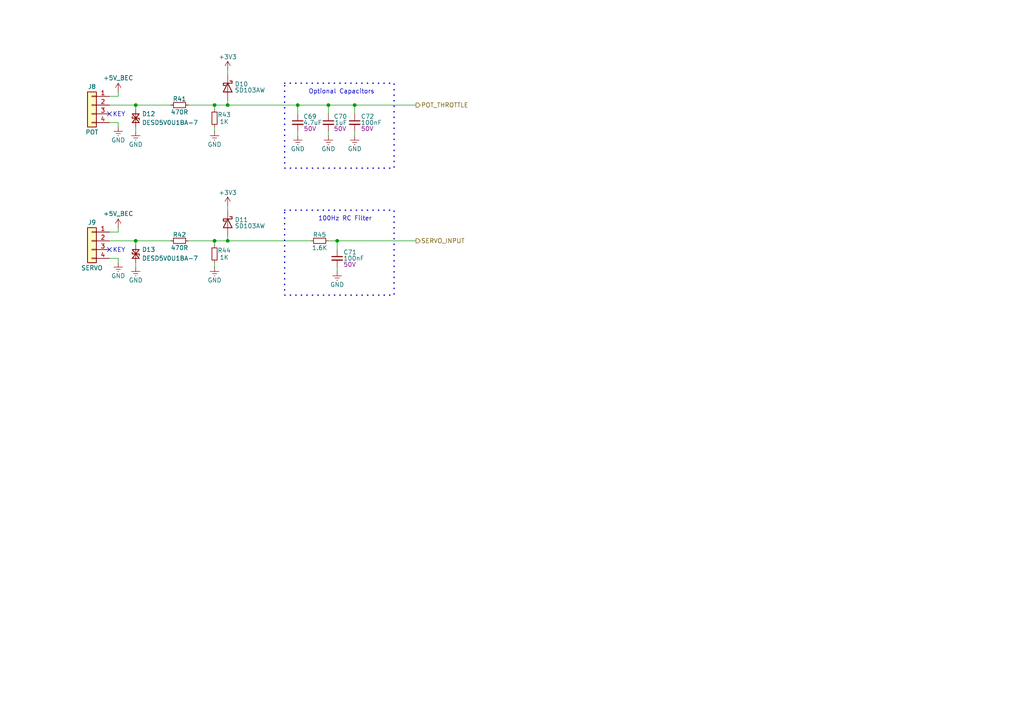
<source format=kicad_sch>
(kicad_sch (version 20231120) (generator "eeschema") (generator_version "8.0")
  (paper "A4")
  (lib_symbols
    (symbol "Connector_Generic:Conn_01x04" (pin_names (offset 1.016) hide)
      (property "Reference" "J" (at 0 5.08 0))
      (property "Value" "Conn_01x04" (at 0 -7.62 0))
      (symbol "Conn_01x04_1_1"
        (rectangle (start -1.27 -4.953) (end 0 -5.207) (stroke (width 0.1524)))
        (rectangle (start -1.27 -2.413) (end 0 -2.667) (stroke (width 0.1524)))
        (rectangle (start -1.27 0.127) (end 0 -0.127) (stroke (width 0.1524)))
        (rectangle (start -1.27 2.667) (end 0 2.413) (stroke (width 0.1524)))
        (rectangle (start -1.27 3.81) (end 1.27 -6.35) (stroke (width 0.254)) (fill (type background)))
        (pin passive line (at -5.08 2.54 0) (length 3.81) (name "Pin_1") (number "1"))
        (pin passive line (at -5.08 0 0) (length 3.81) (name "Pin_2") (number "2"))
        (pin passive line (at -5.08 -2.54 0) (length 3.81) (name "Pin_3") (number "3"))
        (pin passive line (at -5.08 -5.08 0) (length 3.81) (name "Pin_4") (number "4"))
      )
    )
    (symbol "Device:C_Small" (pin_numbers hide) (pin_names (offset 0.254) hide)
      (property "Reference" "C" (at 0.254 1.778 0))
      (property "Value" "C_Small" (at 0.254 -2.032 0))
      (symbol "C_Small_0_1"
        (polyline (pts (xy -1.524 -0.508) (xy 1.524 -0.508)) (stroke (width 0.3302)))
        (polyline (pts (xy -1.524 0.508) (xy 1.524 0.508)) (stroke (width 0.3048)))
      )
      (symbol "C_Small_1_1"
        (pin passive line (at 0 2.54 270) (length 2.032) (name "~") (number "1"))
        (pin passive line (at 0 -2.54 90) (length 2.032) (name "~") (number "2"))
      )
    )
    (symbol "Device:D_Schottky" (pin_numbers hide) (pin_names (offset 1.016) hide)
      (property "Reference" "D" (at 0 2.54 0))
      (property "Value" "D_Schottky" (at 0 -2.54 0))
      (symbol "D_Schottky_0_1"
        (polyline (pts (xy 1.27 0) (xy -1.27 0)))
        (polyline (pts (xy 1.27 1.27) (xy 1.27 -1.27) (xy -1.27 0) (xy 1.27 1.27)) (stroke (width 0.254)))
        (polyline (pts (xy -1.905 0.635) (xy -1.905 1.27) (xy -1.27 1.27) (xy -1.27 -1.27) (xy -0.635 -1.27) (xy -0.635 -0.635)) (stroke (width 0.254)))
      )
      (symbol "D_Schottky_1_1"
        (pin passive line (at -3.81 0 0) (length 2.54) (name "K") (number "1"))
        (pin passive line (at 3.81 0 180) (length 2.54) (name "A") (number "2"))
      )
    )
    (symbol "Device:D_TVS_Small" (pin_numbers hide) (pin_names (offset 1.016) hide)
      (property "Reference" "D" (at 0 2.54 0))
      (property "Value" "D_TVS_Small" (at 0 -2.54 0))
      (symbol "D_TVS_Small_0_1"
        (polyline (pts (xy -1.27 0) (xy 1.27 0)))
        (polyline (pts (xy 0.508 1.016) (xy 0 1.016) (xy 0 -1.016) (xy -0.508 -1.016)) (stroke (width 0.254)))
        (polyline (pts (xy -1.27 1.016) (xy -1.27 -1.016) (xy 1.27 1.016) (xy 1.27 -1.016) (xy -1.27 1.016)) (stroke (width 0.254)))
      )
      (symbol "D_TVS_Small_1_1"
        (pin passive line (at -2.54 0 0) (length 1.27) (name "A1") (number "1"))
        (pin passive line (at 2.54 0 180) (length 1.27) (name "A2") (number "2"))
      )
    )
    (symbol "Device:R_Small" (pin_numbers hide) (pin_names (offset 0.254) hide)
      (property "Reference" "R" (at 0.762 0.508 0))
      (property "Value" "R_Small" (at 0.762 -1.016 0))
      (symbol "R_Small_0_1"
        (rectangle (start -0.762 1.778) (end 0.762 -1.778) (stroke (width 0.2032)))
      )
      (symbol "R_Small_1_1"
        (pin passive line (at 0 2.54 270) (length 0.762) (name "~") (number "1"))
        (pin passive line (at 0 -2.54 90) (length 0.762) (name "~") (number "2"))
      )
    )
    (symbol "power:+5V" (power) (pin_numbers hide) (pin_names (offset 0) hide)
      (property "Value" "+5V" (at 0 3.556 0))
      (symbol "+5V_0_1"
        (polyline (pts (xy -0.762 1.27) (xy 0 2.54)))
        (polyline (pts (xy 0 0) (xy 0 2.54)))
        (polyline (pts (xy 0 2.54) (xy 0.762 1.27)))
      )
      (symbol "+5V_1_1"
        (pin power_in line (at 0 0 90) (length 0) (name "~") (number "1"))
      )
    )
    (symbol "power:Earth" (power) (pin_numbers hide) (pin_names (offset 0) hide)
      (property "Value" "Earth" (at 0 -3.81 0))
      (symbol "Earth_0_1"
        (polyline (pts (xy -0.635 -1.905) (xy 0.635 -1.905)))
        (polyline (pts (xy -0.127 -2.54) (xy 0.127 -2.54)))
        (polyline (pts (xy 0 -1.27) (xy 0 0)))
        (polyline (pts (xy 1.27 -1.27) (xy -1.27 -1.27)))
      )
      (symbol "Earth_1_1"
        (pin power_in line (at 0 0 270) (length 0) (name "~") (number "1"))
      )
    )
  )
  (junction (at 62.23 30.48))
  (junction (at 66.04 30.48))
  (junction (at 97.79 69.85))
  (junction (at 66.04 69.85))
  (junction (at 102.87 30.48))
  (junction (at 39.37 30.48))
  (junction (at 62.23 69.85))
  (junction (at 95.25 30.48))
  (junction (at 39.37 69.85))
  (junction (at 86.36 30.48))
  (no_connect (at 31.75 72.39))
  (no_connect (at 31.75 33.02))
  (wire (pts (xy 66.04 21.59) (xy 66.04 20.32)))
  (wire (pts (xy 62.23 76.2) (xy 62.23 77.47)))
  (wire (pts (xy 62.23 69.85) (xy 66.04 69.85)))
  (wire (pts (xy 62.23 31.75) (xy 62.23 30.48)))
  (wire (pts (xy 34.29 66.04) (xy 34.29 67.31)))
  (wire (pts (xy 66.04 60.96) (xy 66.04 59.69)))
  (wire (pts (xy 102.87 33.02) (xy 102.87 30.48)))
  (wire (pts (xy 39.37 30.48) (xy 39.37 31.75)))
  (wire (pts (xy 97.79 77.47) (xy 97.79 78.74)))
  (wire (pts (xy 86.36 39.37) (xy 86.36 38.1)))
  (wire (pts (xy 86.36 30.48) (xy 86.36 33.02)))
  (wire (pts (xy 97.79 69.85) (xy 97.79 72.39)))
  (wire (pts (xy 66.04 29.21) (xy 66.04 30.48)))
  (wire (pts (xy 39.37 30.48) (xy 49.53 30.48)))
  (wire (pts (xy 95.25 30.48) (xy 86.36 30.48)))
  (wire (pts (xy 102.87 38.1) (xy 102.87 39.37)))
  (wire (pts (xy 54.61 30.48) (xy 62.23 30.48)))
  (wire (pts (xy 34.29 67.31) (xy 31.75 67.31)))
  (wire (pts (xy 34.29 74.93) (xy 31.75 74.93)))
  (wire (pts (xy 39.37 69.85) (xy 39.37 71.12)))
  (wire (pts (xy 102.87 30.48) (xy 120.65 30.48)))
  (wire (pts (xy 66.04 69.85) (xy 90.17 69.85)))
  (wire (pts (xy 95.25 30.48) (xy 102.87 30.48)))
  (wire (pts (xy 62.23 71.12) (xy 62.23 69.85)))
  (wire (pts (xy 39.37 30.48) (xy 31.75 30.48)))
  (wire (pts (xy 95.25 39.37) (xy 95.25 38.1)))
  (wire (pts (xy 62.23 36.83) (xy 62.23 38.1)))
  (wire (pts (xy 66.04 68.58) (xy 66.04 69.85)))
  (wire (pts (xy 39.37 36.83) (xy 39.37 38.1)))
  (wire (pts (xy 39.37 69.85) (xy 31.75 69.85)))
  (wire (pts (xy 39.37 76.2) (xy 39.37 77.47)))
  (wire (pts (xy 49.53 69.85) (xy 39.37 69.85)))
  (wire (pts (xy 54.61 69.85) (xy 62.23 69.85)))
  (wire (pts (xy 95.25 30.48) (xy 95.25 33.02)))
  (wire (pts (xy 34.29 27.94) (xy 31.75 27.94)))
  (wire (pts (xy 34.29 36.83) (xy 34.29 35.56)))
  (wire (pts (xy 62.23 30.48) (xy 66.04 30.48)))
  (wire (pts (xy 34.29 26.67) (xy 34.29 27.94)))
  (wire (pts (xy 34.29 76.2) (xy 34.29 74.93)))
  (wire (pts (xy 34.29 35.56) (xy 31.75 35.56)))
  (wire (pts (xy 97.79 69.85) (xy 120.65 69.85)))
  (wire (pts (xy 66.04 30.48) (xy 86.36 30.48)))
  (wire (pts (xy 95.25 69.85) (xy 97.79 69.85)))
  (rectangle (start 82.55 60.96) (end 114.3 85.598) (stroke (width 0.381) (type dot)))
  (rectangle (start 82.55 24.13) (end 114.3 48.768) (stroke (width 0.381) (type dot)))
  (text "KEY" (at 34.544 72.644 0) (effects (font (size 1.27 1.27))))
  (text "100Hz RC Filter" (at 100.076 63.5 0) (effects (font (size 1.27 1.27))))
  (text "Optional Capacitors" (at 99.06 26.67 0) (effects (font (size 1.27 1.27))))
  (text "KEY" (at 34.544 33.274 0) (effects (font (size 1.27 1.27))))
  (hierarchical_label "POT_THROTTLE" (shape output) (at 120.65 30.48 0))
  (hierarchical_label "SERVO_INPUT" (shape output) (at 120.65 69.85 0))
  (symbol (lib_id "power:Earth") (at 62.23 77.47 0) (unit 1)
    (property "Reference" "#PWR0125" (effects (hide yes)))
    (property "Value" "GND" (at 62.23 81.28 0))
    (property "Description" "Power symbol creates a global label with name \"Earth\"" (effects (hide yes)))
  )
  (symbol (lib_id "Device:D_Schottky") (at 66.04 64.77 270) (unit 1)
    (property "Reference" "D11" (at 68.072 63.754 90) (effects (justify left)))
    (property "Value" "SD103AW" (at 68.072 65.532 90) (effects (justify left)))
    (property "Footprint" "Diode_SMD:D_SOD-123" (effects (hide yes)))
    (property "Description" "Schottky diode" (effects (hide yes)))
    (property "Link" "https://www.ozdisan.com/guc-yari-iletkenleri/diyotlar-modul-diyotlar-ve-dogrultucular/schottky-diyotlar/SD103AW-HT/468038" (effects (hide yes)))
    (property "Mfr.No" "SD103AW-HT" (effects (hide yes)))
  )
  (symbol (lib_id "Device:C_Small") (at 95.25 35.56 0) (unit 1)
    (property "Reference" "C70" (at 96.774 33.782 0) (effects (justify left)))
    (property "Value" "1uF" (at 97.028 35.56 0) (effects (justify left)))
    (property "Footprint" "Capacitor_SMD:C_0805_2012Metric" (effects (hide yes)))
    (property "Description" "Unpolarized capacitor, small symbol" (effects (hide yes)))
    (property "Voltage" "50V" (at 96.774 37.338 0) (effects (justify left)))
    (property "Link" "https://www.ozdisan.com/pasif-komponentler/kapasitorler/smt-smd-ve-mlcc-kapasitorler/CC0805KKX7R9BB105/750129" (effects (hide yes)))
    (property "Mfr.No" "CC0805KKX7R9BB105" (effects (hide yes)))
  )
  (symbol (lib_id "Device:R_Small") (at 62.23 34.29 0) (unit 1)
    (property "Reference" "R43" (at 65.024 33.274 0))
    (property "Value" "1K" (at 65.024 35.306 0))
    (property "Footprint" "Resistor_SMD:R_0603_1608Metric" (effects (hide yes)))
    (property "Description" "Resistor, small symbol" (effects (hide yes)))
    (property "Link" "https://ozdisan.com/pasif-komponentler/direncler/smt-smd-ve-cip-direncler/CRT03F7E1001/1054353" (effects (hide yes)))
    (property "Mfr.No" "CRT03F7E1001" (effects (hide yes)))
  )
  (symbol (lib_id "power:Earth") (at 95.25 39.37 0) (unit 1)
    (property "Reference" "#PWR0131" (effects (hide yes)))
    (property "Value" "GND" (at 95.25 43.18 0))
    (property "Description" "Power symbol creates a global label with name \"Earth\"" (effects (hide yes)))
  )
  (symbol (lib_id "Device:C_Small") (at 102.87 35.56 0) (mirror y) (unit 1)
    (property "Reference" "C72" (at 104.648 33.782 0) (effects (justify right)))
    (property "Value" "100nF" (at 104.648 35.56 0) (effects (justify right)))
    (property "Footprint" "Capacitor_SMD:C_0603_1608Metric" (effects (hide yes)))
    (property "Description" "Unpolarized capacitor, small symbol" (effects (hide yes)))
    (property "Voltage" "50V" (at 104.648 37.338 0) (effects (justify right)))
    (property "Link" "https://ozdisan.com/pasif-komponentler/kapasitorler/smt-smd-ve-mlcc-kapasitorler/MCF03KTB500104/1057170" (effects (hide yes)))
    (property "Mfr.No" "MCF03KTB500104" (effects (hide yes)))
  )
  (symbol (lib_id "power:Earth") (at 34.29 76.2 0) (unit 1)
    (property "Reference" "#PWR0123" (effects (hide yes)))
    (property "Value" "GND" (at 34.29 80.01 0))
    (property "Description" "Power symbol creates a global label with name \"Earth\"" (effects (hide yes)))
  )
  (symbol (lib_id "Device:R_Small") (at 62.23 73.66 0) (unit 1)
    (property "Reference" "R44" (at 65.024 72.644 0))
    (property "Value" "1K" (at 65.024 74.676 0))
    (property "Footprint" "Resistor_SMD:R_0603_1608Metric" (effects (hide yes)))
    (property "Description" "Resistor, small symbol" (effects (hide yes)))
    (property "Link" "https://ozdisan.com/pasif-komponentler/direncler/smt-smd-ve-cip-direncler/CRT03F7E1001/1054353" (effects (hide yes)))
    (property "Mfr.No" "CRT03F7E1001" (effects (hide yes)))
  )
  (symbol (lib_id "Device:C_Small") (at 97.79 74.93 0) (mirror y) (unit 1)
    (property "Reference" "C71" (at 99.568 73.152 0) (effects (justify right)))
    (property "Value" "100nF" (at 99.568 74.93 0) (effects (justify right)))
    (property "Footprint" "Capacitor_SMD:C_0603_1608Metric" (effects (hide yes)))
    (property "Description" "Unpolarized capacitor, small symbol" (effects (hide yes)))
    (property "Voltage" "50V" (at 99.568 76.708 0) (effects (justify right)))
    (property "Link" "https://ozdisan.com/pasif-komponentler/kapasitorler/smt-smd-ve-mlcc-kapasitorler/MCF03KTB500104/1057170" (effects (hide yes)))
    (property "Mfr.No" "MCF03KTB500104" (effects (hide yes)))
  )
  (symbol (lib_id "power:Earth") (at 97.79 78.74 0) (unit 1)
    (property "Reference" "#PWR0132" (effects (hide yes)))
    (property "Value" "GND" (at 97.79 82.55 0))
    (property "Description" "Power symbol creates a global label with name \"Earth\"" (effects (hide yes)))
  )
  (symbol (lib_id "Connector_Generic:Conn_01x04") (at 26.67 69.85 0) (mirror y) (unit 1)
    (property "Reference" "J9" (at 26.67 64.516 0))
    (property "Value" "SERVO" (at 26.67 77.724 0))
    (property "Footprint" "Connector_PinHeader_2.54mm:PinHeader_1x04_P2.54mm_Vertical" (effects (hide yes)))
    (property "Description" "Generic connector, single row, 01x04, script generated (kicad-library-utils/schlib/autogen/connector/)" (effects (hide yes)))
  )
  (symbol (lib_id "power:+5V") (at 34.29 66.04 0) (unit 1)
    (property "Reference" "#PWR0122" (effects (hide yes)))
    (property "Value" "+5V_BEC" (at 34.29 61.976 0))
    (property "Description" "Power symbol creates a global label with name \"+5V\"" (effects (hide yes)))
  )
  (symbol (lib_id "Connector_Generic:Conn_01x04") (at 26.67 30.48 0) (mirror y) (unit 1)
    (property "Reference" "J8" (at 26.67 25.146 0))
    (property "Value" "POT" (at 26.67 38.354 0))
    (property "Footprint" "Connector_PinHeader_2.54mm:PinHeader_1x04_P2.54mm_Vertical" (effects (hide yes)))
    (property "Description" "Generic connector, single row, 01x04, script generated (kicad-library-utils/schlib/autogen/connector/)" (effects (hide yes)))
  )
  (symbol (lib_id "power:Earth") (at 86.36 39.37 0) (unit 1)
    (property "Reference" "#PWR0130" (effects (hide yes)))
    (property "Value" "GND" (at 86.36 43.18 0))
    (property "Description" "Power symbol creates a global label with name \"Earth\"" (effects (hide yes)))
  )
  (symbol (lib_id "power:+5V") (at 66.04 59.69 0) (unit 1)
    (property "Reference" "#PWR0127" (effects (hide yes)))
    (property "Value" "+3V3" (at 66.04 55.88 0))
    (property "Description" "Power symbol creates a global label with name \"+5V\"" (effects (hide yes)))
  )
  (symbol (lib_id "Device:R_Small") (at 52.07 69.85 90) (unit 1)
    (property "Reference" "R42" (at 52.07 68.072 90))
    (property "Value" "470R" (at 52.07 71.882 90))
    (property "Footprint" "Resistor_SMD:R_0603_1608Metric" (effects (hide yes)))
    (property "Description" "Resistor, small symbol" (effects (hide yes)))
    (property "Link" "https://ozdisan.com/pasif-komponentler/direncler/smt-smd-ve-cip-direncler/CRT03F7E4700/1077290" (effects (hide yes)))
    (property "Mfr.No" "CRT03F7E4700" (effects (hide yes)))
  )
  (symbol (lib_id "power:Earth") (at 102.87 39.37 0) (unit 1)
    (property "Reference" "#PWR0133" (effects (hide yes)))
    (property "Value" "GND" (at 102.87 43.18 0))
    (property "Description" "Power symbol creates a global label with name \"Earth\"" (effects (hide yes)))
  )
  (symbol (lib_id "power:Earth") (at 34.29 36.83 0) (unit 1)
    (property "Reference" "#PWR0121" (effects (hide yes)))
    (property "Value" "GND" (at 34.29 40.64 0))
    (property "Description" "Power symbol creates a global label with name \"Earth\"" (effects (hide yes)))
  )
  (symbol (lib_id "Device:D_TVS_Small") (at 39.37 73.66 90) (unit 1)
    (property "Reference" "D13" (at 41.148 72.39 90) (effects (justify right)))
    (property "Value" "DESD5V0U1BA-7" (at 41.148 74.93 90) (effects (justify right)))
    (property "Footprint" "Diode_SMD:D_SOD-323" (effects (hide yes)))
    (property "Datasheet" "https://www.diodes.com/assets/Datasheets/DESD5V0U1BA.pdf" (effects (hide yes)))
    (property "Description" "Bidirectional transient-voltage-suppression diode, small symbol" (effects (hide yes)))
    (property "Link" "https://www.mouser.com.tr/ProductDetail/Diodes-Incorporated/DESD5V0U1BA-7?qs=wtVJq%252Be05r98RUWcs2LyvQ%3D%3D" (effects (hide yes)))
    (property "Mfr.No" "DESD5V0U1BA-7 " (effects (hide yes)))
    (property "V_Working" "5V" (effects (hide yes)))
    (property "V_BreakDown" "5.5V" (effects (hide yes)))
    (property "V_Clamp" "7.2V" (effects (hide yes)))
  )
  (symbol (lib_id "Device:C_Small") (at 86.36 35.56 0) (unit 1)
    (property "Reference" "C69" (at 89.916 33.782 0))
    (property "Value" "4.7uF" (at 90.678 35.56 0))
    (property "Footprint" "Capacitor_SMD:C_0805_2012Metric" (effects (hide yes)))
    (property "Description" "Unpolarized capacitor, small symbol" (effects (hide yes)))
    (property "Voltage" "50V" (at 89.916 37.338 0))
    (property "Link" "https://ozdisan.com/pasif-komponentler/kapasitorler/smt-smd-ve-mlcc-kapasitorler/GRM21BR61H475KE51L/1042516" (effects (hide yes)))
    (property "Mfr.No" "GRM21BR61H475KE51L" (effects (hide yes)))
  )
  (symbol (lib_id "Device:R_Small") (at 92.71 69.85 90) (unit 1)
    (property "Reference" "R45" (at 92.71 68.072 90))
    (property "Value" "1.6K" (at 92.71 71.882 90))
    (property "Footprint" "Resistor_SMD:R_0603_1608Metric" (effects (hide yes)))
    (property "Description" "Resistor, small symbol" (effects (hide yes)))
    (property "Link" "https://ozdisan.com/pasif-komponentler/direncler/smt-smd-ve-cip-direncler/0603SAF1601T5E/359795" (effects (hide yes)))
    (property "Mfr.No" "0603SAF1601T5E" (effects (hide yes)))
  )
  (symbol (lib_id "Device:R_Small") (at 52.07 30.48 90) (unit 1)
    (property "Reference" "R41" (at 52.07 28.702 90))
    (property "Value" "470R" (at 52.07 32.512 90))
    (property "Footprint" "Resistor_SMD:R_0603_1608Metric" (effects (hide yes)))
    (property "Description" "Resistor, small symbol" (effects (hide yes)))
    (property "Link" "https://ozdisan.com/pasif-komponentler/direncler/smt-smd-ve-cip-direncler/CRT03F7E4700/1077290" (effects (hide yes)))
    (property "Mfr.No" "CRT03F7E4700" (effects (hide yes)))
  )
  (symbol (lib_id "power:+5V") (at 34.29 26.67 0) (unit 1)
    (property "Reference" "#PWR0120" (effects (hide yes)))
    (property "Value" "+5V_BEC" (at 34.29 22.606 0))
    (property "Description" "Power symbol creates a global label with name \"+5V\"" (effects (hide yes)))
  )
  (symbol (lib_id "power:Earth") (at 62.23 38.1 0) (unit 1)
    (property "Reference" "#PWR0124" (effects (hide yes)))
    (property "Value" "GND" (at 62.23 41.91 0))
    (property "Description" "Power symbol creates a global label with name \"Earth\"" (effects (hide yes)))
  )
  (symbol (lib_id "Device:D_TVS_Small") (at 39.37 34.29 90) (unit 1)
    (property "Reference" "D12" (at 41.148 33.02 90) (effects (justify right)))
    (property "Value" "DESD5V0U1BA-7" (at 41.148 35.56 90) (effects (justify right)))
    (property "Footprint" "Diode_SMD:D_SOD-323" (effects (hide yes)))
    (property "Datasheet" "https://www.diodes.com/assets/Datasheets/DESD5V0U1BA.pdf" (effects (hide yes)))
    (property "Description" "Bidirectional transient-voltage-suppression diode, small symbol" (effects (hide yes)))
    (property "Link" "https://www.mouser.com.tr/ProductDetail/Diodes-Incorporated/DESD5V0U1BA-7?qs=wtVJq%252Be05r98RUWcs2LyvQ%3D%3D" (effects (hide yes)))
    (property "Mfr.No" "DESD5V0U1BA-7 " (effects (hide yes)))
    (property "V_Working" "5V" (effects (hide yes)))
    (property "V_BreakDown" "5.5V" (effects (hide yes)))
    (property "V_Clamp" "7.2V" (effects (hide yes)))
  )
  (symbol (lib_id "power:Earth") (at 39.37 38.1 0) (unit 1)
    (property "Reference" "#PWR0128" (effects (hide yes)))
    (property "Value" "GND" (at 39.37 41.91 0))
    (property "Description" "Power symbol creates a global label with name \"Earth\"" (effects (hide yes)))
  )
  (symbol (lib_id "power:Earth") (at 39.37 77.47 0) (unit 1)
    (property "Reference" "#PWR0129" (effects (hide yes)))
    (property "Value" "GND" (at 39.37 81.28 0))
    (property "Description" "Power symbol creates a global label with name \"Earth\"" (effects (hide yes)))
  )
  (symbol (lib_id "Device:D_Schottky") (at 66.04 25.4 270) (unit 1)
    (property "Reference" "D10" (at 68.072 24.384 90) (effects (justify left)))
    (property "Value" "SD103AW" (at 68.072 26.162 90) (effects (justify left)))
    (property "Footprint" "Diode_SMD:D_SOD-123" (effects (hide yes)))
    (property "Description" "Schottky diode" (effects (hide yes)))
    (property "Link" "https://www.ozdisan.com/guc-yari-iletkenleri/diyotlar-modul-diyotlar-ve-dogrultucular/schottky-diyotlar/SD103AW-HT/468038" (effects (hide yes)))
    (property "Mfr.No" "SD103AW-HT" (effects (hide yes)))
  )
  (symbol (lib_id "power:+5V") (at 66.04 20.32 0) (unit 1)
    (property "Reference" "#PWR0126" (effects (hide yes)))
    (property "Value" "+3V3" (at 66.04 16.51 0))
    (property "Description" "Power symbol creates a global label with name \"+5V\"" (effects (hide yes)))
  )
)
</source>
